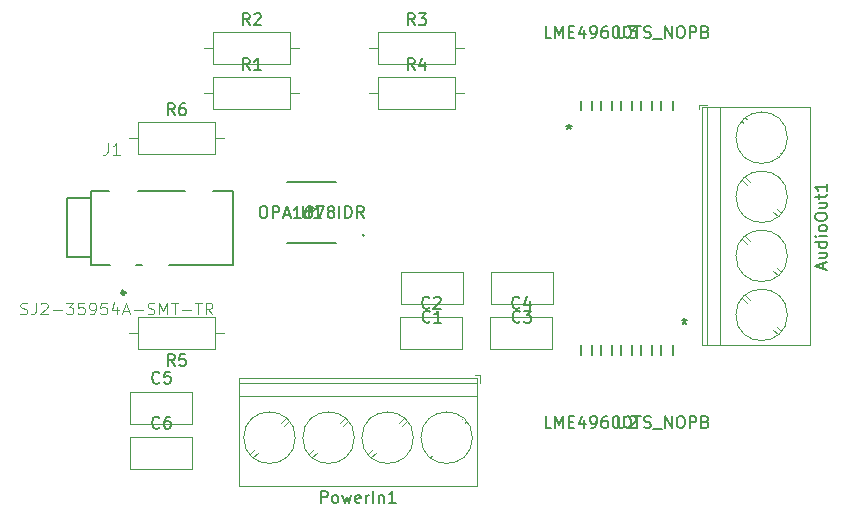
<source format=gbr>
G04 #@! TF.GenerationSoftware,KiCad,Pcbnew,(5.0.2)-1*
G04 #@! TF.CreationDate,2019-03-18T20:08:10-07:00*
G04 #@! TF.ProjectId,speaker,73706561-6b65-4722-9e6b-696361645f70,rev?*
G04 #@! TF.SameCoordinates,Original*
G04 #@! TF.FileFunction,Legend,Top*
G04 #@! TF.FilePolarity,Positive*
%FSLAX46Y46*%
G04 Gerber Fmt 4.6, Leading zero omitted, Abs format (unit mm)*
G04 Created by KiCad (PCBNEW (5.0.2)-1) date 3/18/2019 8:08:10 PM*
%MOMM*%
%LPD*%
G01*
G04 APERTURE LIST*
%ADD10C,0.120000*%
%ADD11C,0.300000*%
%ADD12C,0.127000*%
%ADD13C,0.152400*%
%ADD14C,0.150000*%
%ADD15C,0.050000*%
G04 APERTURE END LIST*
D10*
G04 #@! TO.C,AudioOut1*
X200440000Y-87370000D02*
X200440000Y-87770000D01*
X201080000Y-87370000D02*
X200440000Y-87370000D01*
X204748000Y-103912000D02*
X204352000Y-103517000D01*
X207394000Y-106558000D02*
X207014000Y-106178000D01*
X204466000Y-104163000D02*
X204086000Y-103783000D01*
X207128000Y-106824000D02*
X206732000Y-106429000D01*
X204748000Y-98912000D02*
X204352000Y-98517000D01*
X207394000Y-101558000D02*
X207014000Y-101178000D01*
X204466000Y-99163000D02*
X204086000Y-98783000D01*
X207128000Y-101824000D02*
X206732000Y-101429000D01*
X204748000Y-93912000D02*
X204352000Y-93517000D01*
X207394000Y-96558000D02*
X207014000Y-96178000D01*
X204466000Y-94163000D02*
X204086000Y-93783000D01*
X207128000Y-96824000D02*
X206732000Y-96429000D01*
X204459000Y-88622000D02*
X204352000Y-88516000D01*
X207394000Y-91558000D02*
X207287000Y-91451000D01*
X204193000Y-88888000D02*
X204086000Y-88782000D01*
X207128000Y-91824000D02*
X207021000Y-91717000D01*
X209800000Y-107731000D02*
X200680000Y-107731000D01*
X209800000Y-87610000D02*
X200680000Y-87610000D01*
X200680000Y-87610000D02*
X200680000Y-107731000D01*
X209800000Y-87610000D02*
X209800000Y-107731000D01*
X202240000Y-87610000D02*
X202240000Y-107731000D01*
X201140000Y-87610000D02*
X201140000Y-107731000D01*
X207920000Y-105170000D02*
G75*
G03X207920000Y-105170000I-2180000J0D01*
G01*
X207920000Y-100170000D02*
G75*
G03X207920000Y-100170000I-2180000J0D01*
G01*
X207920000Y-95170000D02*
G75*
G03X207920000Y-95170000I-2180000J0D01*
G01*
X207920000Y-90170000D02*
G75*
G03X207920000Y-90170000I-2180000J0D01*
G01*
G04 #@! TO.C,C1*
X175200000Y-104240000D02*
X175200000Y-101500000D01*
X180440000Y-104240000D02*
X180440000Y-101500000D01*
X180440000Y-101500000D02*
X175200000Y-101500000D01*
X180440000Y-104240000D02*
X175200000Y-104240000D01*
G04 #@! TO.C,C2*
X175160000Y-105310000D02*
X180400000Y-105310000D01*
X175160000Y-108050000D02*
X180400000Y-108050000D01*
X175160000Y-105310000D02*
X175160000Y-108050000D01*
X180400000Y-105310000D02*
X180400000Y-108050000D01*
G04 #@! TO.C,C3*
X188060000Y-104240000D02*
X182820000Y-104240000D01*
X188060000Y-101500000D02*
X182820000Y-101500000D01*
X188060000Y-104240000D02*
X188060000Y-101500000D01*
X182820000Y-104240000D02*
X182820000Y-101500000D01*
G04 #@! TO.C,C4*
X188020000Y-105310000D02*
X188020000Y-108050000D01*
X182780000Y-105310000D02*
X182780000Y-108050000D01*
X182780000Y-108050000D02*
X188020000Y-108050000D01*
X182780000Y-105310000D02*
X188020000Y-105310000D01*
D11*
G04 #@! TO.C,J1*
X151840000Y-103290000D02*
G75*
G03X151840000Y-103290000I-150000J0D01*
G01*
D12*
X150490000Y-94640000D02*
X148940000Y-94640000D01*
X148940000Y-94640000D02*
X148940000Y-95290000D01*
X148940000Y-95290000D02*
X148940000Y-100290000D01*
X148940000Y-100290000D02*
X148940000Y-100940000D01*
X148940000Y-100940000D02*
X150540000Y-100940000D01*
X152790000Y-100940000D02*
X153290000Y-100940000D01*
X155590000Y-100940000D02*
X160940000Y-100940000D01*
X160940000Y-100940000D02*
X160940000Y-94640000D01*
X160940000Y-94640000D02*
X159290000Y-94640000D01*
X152940000Y-94640000D02*
X156940000Y-94640000D01*
X148940000Y-95290000D02*
X146940000Y-95290000D01*
X146940000Y-95290000D02*
X146940000Y-100290000D01*
X146940000Y-100290000D02*
X148940000Y-100290000D01*
D10*
G04 #@! TO.C,PowerIn1*
X181250000Y-115570000D02*
G75*
G03X181250000Y-115570000I-2180000J0D01*
G01*
X176250000Y-115570000D02*
G75*
G03X176250000Y-115570000I-2180000J0D01*
G01*
X171250000Y-115570000D02*
G75*
G03X171250000Y-115570000I-2180000J0D01*
G01*
X166250000Y-115570000D02*
G75*
G03X166250000Y-115570000I-2180000J0D01*
G01*
X181630000Y-110970000D02*
X161509000Y-110970000D01*
X181630000Y-112070000D02*
X161509000Y-112070000D01*
X181630000Y-119630000D02*
X161509000Y-119630000D01*
X181630000Y-110510000D02*
X161509000Y-110510000D01*
X181630000Y-119630000D02*
X181630000Y-110510000D01*
X161509000Y-119630000D02*
X161509000Y-110510000D01*
X177416000Y-116958000D02*
X177523000Y-116851000D01*
X180352000Y-114023000D02*
X180458000Y-113916000D01*
X177682000Y-117224000D02*
X177789000Y-117117000D01*
X180618000Y-114289000D02*
X180724000Y-114182000D01*
X172416000Y-116958000D02*
X172811000Y-116562000D01*
X175077000Y-114296000D02*
X175457000Y-113916000D01*
X172682000Y-117224000D02*
X173062000Y-116844000D01*
X175328000Y-114578000D02*
X175723000Y-114182000D01*
X167416000Y-116958000D02*
X167811000Y-116562000D01*
X170077000Y-114296000D02*
X170457000Y-113916000D01*
X167682000Y-117224000D02*
X168062000Y-116844000D01*
X170328000Y-114578000D02*
X170723000Y-114182000D01*
X162416000Y-116958000D02*
X162811000Y-116562000D01*
X165077000Y-114296000D02*
X165457000Y-113916000D01*
X162682000Y-117224000D02*
X163062000Y-116844000D01*
X165328000Y-114578000D02*
X165723000Y-114182000D01*
X181870000Y-110910000D02*
X181870000Y-110270000D01*
X181870000Y-110270000D02*
X181470000Y-110270000D01*
G04 #@! TO.C,R1*
X166600000Y-86360000D02*
X165830000Y-86360000D01*
X158520000Y-86360000D02*
X159290000Y-86360000D01*
X165830000Y-84990000D02*
X159290000Y-84990000D01*
X165830000Y-87730000D02*
X165830000Y-84990000D01*
X159290000Y-87730000D02*
X165830000Y-87730000D01*
X159290000Y-84990000D02*
X159290000Y-87730000D01*
G04 #@! TO.C,R2*
X159290000Y-81180000D02*
X159290000Y-83920000D01*
X159290000Y-83920000D02*
X165830000Y-83920000D01*
X165830000Y-83920000D02*
X165830000Y-81180000D01*
X165830000Y-81180000D02*
X159290000Y-81180000D01*
X158520000Y-82550000D02*
X159290000Y-82550000D01*
X166600000Y-82550000D02*
X165830000Y-82550000D01*
G04 #@! TO.C,R3*
X173260000Y-81180000D02*
X173260000Y-83920000D01*
X173260000Y-83920000D02*
X179800000Y-83920000D01*
X179800000Y-83920000D02*
X179800000Y-81180000D01*
X179800000Y-81180000D02*
X173260000Y-81180000D01*
X172490000Y-82550000D02*
X173260000Y-82550000D01*
X180570000Y-82550000D02*
X179800000Y-82550000D01*
G04 #@! TO.C,R4*
X180570000Y-86360000D02*
X179800000Y-86360000D01*
X172490000Y-86360000D02*
X173260000Y-86360000D01*
X179800000Y-84990000D02*
X173260000Y-84990000D01*
X179800000Y-87730000D02*
X179800000Y-84990000D01*
X173260000Y-87730000D02*
X179800000Y-87730000D01*
X173260000Y-84990000D02*
X173260000Y-87730000D01*
D13*
G04 #@! TO.C,U1*
X169722800Y-93941900D02*
X165557200Y-93941900D01*
X165557200Y-99098100D02*
X169722800Y-99098100D01*
X172079900Y-98425000D02*
G75*
G03X172079900Y-98425000I-76200J0D01*
G01*
G04 #@! TO.C,U2*
X190423800Y-108531660D02*
X190423800Y-107721400D01*
X192125600Y-108531660D02*
X192125600Y-107721400D01*
X193827400Y-108531660D02*
X193827400Y-107721400D01*
X195529200Y-108531660D02*
X195529200Y-107721400D01*
X197231000Y-108531660D02*
X197231000Y-107721400D01*
X191389000Y-108531660D02*
X191389000Y-107721400D01*
X193090800Y-108531660D02*
X193090800Y-107721400D01*
X194792600Y-108531660D02*
X194792600Y-107721400D01*
X196494400Y-108531660D02*
X196494400Y-107721400D01*
X198196200Y-108531660D02*
X198196200Y-107721400D01*
G04 #@! TO.C,U3*
X190423800Y-87048340D02*
X190423800Y-87858600D01*
X192125600Y-87048340D02*
X192125600Y-87858600D01*
X193827400Y-87048340D02*
X193827400Y-87858600D01*
X195529200Y-87048340D02*
X195529200Y-87858600D01*
X197231000Y-87048340D02*
X197231000Y-87858600D01*
X191389000Y-87048340D02*
X191389000Y-87858600D01*
X193090800Y-87048340D02*
X193090800Y-87858600D01*
X194792600Y-87048340D02*
X194792600Y-87858600D01*
X196494400Y-87048340D02*
X196494400Y-87858600D01*
X198196200Y-87048340D02*
X198196200Y-87858600D01*
D10*
G04 #@! TO.C,C5*
X152300000Y-111660000D02*
X157540000Y-111660000D01*
X152300000Y-114400000D02*
X157540000Y-114400000D01*
X152300000Y-111660000D02*
X152300000Y-114400000D01*
X157540000Y-111660000D02*
X157540000Y-114400000D01*
G04 #@! TO.C,C6*
X157540000Y-115470000D02*
X157540000Y-118210000D01*
X152300000Y-115470000D02*
X152300000Y-118210000D01*
X152300000Y-118210000D02*
X157540000Y-118210000D01*
X152300000Y-115470000D02*
X157540000Y-115470000D01*
G04 #@! TO.C,R5*
X152170000Y-106680000D02*
X152940000Y-106680000D01*
X160250000Y-106680000D02*
X159480000Y-106680000D01*
X152940000Y-108050000D02*
X159480000Y-108050000D01*
X152940000Y-105310000D02*
X152940000Y-108050000D01*
X159480000Y-105310000D02*
X152940000Y-105310000D01*
X159480000Y-108050000D02*
X159480000Y-105310000D01*
G04 #@! TO.C,R6*
X152940000Y-88800000D02*
X152940000Y-91540000D01*
X152940000Y-91540000D02*
X159480000Y-91540000D01*
X159480000Y-91540000D02*
X159480000Y-88800000D01*
X159480000Y-88800000D02*
X152940000Y-88800000D01*
X152170000Y-90170000D02*
X152940000Y-90170000D01*
X160250000Y-90170000D02*
X159480000Y-90170000D01*
G04 #@! TO.C,AudioOut1*
D14*
X210966666Y-101241428D02*
X210966666Y-100765238D01*
X211252380Y-101336666D02*
X210252380Y-101003333D01*
X211252380Y-100670000D01*
X210585714Y-99908095D02*
X211252380Y-99908095D01*
X210585714Y-100336666D02*
X211109523Y-100336666D01*
X211204761Y-100289047D01*
X211252380Y-100193809D01*
X211252380Y-100050952D01*
X211204761Y-99955714D01*
X211157142Y-99908095D01*
X211252380Y-99003333D02*
X210252380Y-99003333D01*
X211204761Y-99003333D02*
X211252380Y-99098571D01*
X211252380Y-99289047D01*
X211204761Y-99384285D01*
X211157142Y-99431904D01*
X211061904Y-99479523D01*
X210776190Y-99479523D01*
X210680952Y-99431904D01*
X210633333Y-99384285D01*
X210585714Y-99289047D01*
X210585714Y-99098571D01*
X210633333Y-99003333D01*
X211252380Y-98527142D02*
X210585714Y-98527142D01*
X210252380Y-98527142D02*
X210300000Y-98574761D01*
X210347619Y-98527142D01*
X210300000Y-98479523D01*
X210252380Y-98527142D01*
X210347619Y-98527142D01*
X211252380Y-97908095D02*
X211204761Y-98003333D01*
X211157142Y-98050952D01*
X211061904Y-98098571D01*
X210776190Y-98098571D01*
X210680952Y-98050952D01*
X210633333Y-98003333D01*
X210585714Y-97908095D01*
X210585714Y-97765238D01*
X210633333Y-97670000D01*
X210680952Y-97622380D01*
X210776190Y-97574761D01*
X211061904Y-97574761D01*
X211157142Y-97622380D01*
X211204761Y-97670000D01*
X211252380Y-97765238D01*
X211252380Y-97908095D01*
X210252380Y-96955714D02*
X210252380Y-96765238D01*
X210300000Y-96670000D01*
X210395238Y-96574761D01*
X210585714Y-96527142D01*
X210919047Y-96527142D01*
X211109523Y-96574761D01*
X211204761Y-96670000D01*
X211252380Y-96765238D01*
X211252380Y-96955714D01*
X211204761Y-97050952D01*
X211109523Y-97146190D01*
X210919047Y-97193809D01*
X210585714Y-97193809D01*
X210395238Y-97146190D01*
X210300000Y-97050952D01*
X210252380Y-96955714D01*
X210585714Y-95670000D02*
X211252380Y-95670000D01*
X210585714Y-96098571D02*
X211109523Y-96098571D01*
X211204761Y-96050952D01*
X211252380Y-95955714D01*
X211252380Y-95812857D01*
X211204761Y-95717619D01*
X211157142Y-95670000D01*
X210585714Y-95336666D02*
X210585714Y-94955714D01*
X210252380Y-95193809D02*
X211109523Y-95193809D01*
X211204761Y-95146190D01*
X211252380Y-95050952D01*
X211252380Y-94955714D01*
X211252380Y-94098571D02*
X211252380Y-94670000D01*
X211252380Y-94384285D02*
X210252380Y-94384285D01*
X210395238Y-94479523D01*
X210490476Y-94574761D01*
X210538095Y-94670000D01*
G04 #@! TO.C,C1*
X177653333Y-105727142D02*
X177605714Y-105774761D01*
X177462857Y-105822380D01*
X177367619Y-105822380D01*
X177224761Y-105774761D01*
X177129523Y-105679523D01*
X177081904Y-105584285D01*
X177034285Y-105393809D01*
X177034285Y-105250952D01*
X177081904Y-105060476D01*
X177129523Y-104965238D01*
X177224761Y-104870000D01*
X177367619Y-104822380D01*
X177462857Y-104822380D01*
X177605714Y-104870000D01*
X177653333Y-104917619D01*
X178605714Y-105822380D02*
X178034285Y-105822380D01*
X178320000Y-105822380D02*
X178320000Y-104822380D01*
X178224761Y-104965238D01*
X178129523Y-105060476D01*
X178034285Y-105108095D01*
G04 #@! TO.C,C2*
X177613333Y-104537142D02*
X177565714Y-104584761D01*
X177422857Y-104632380D01*
X177327619Y-104632380D01*
X177184761Y-104584761D01*
X177089523Y-104489523D01*
X177041904Y-104394285D01*
X176994285Y-104203809D01*
X176994285Y-104060952D01*
X177041904Y-103870476D01*
X177089523Y-103775238D01*
X177184761Y-103680000D01*
X177327619Y-103632380D01*
X177422857Y-103632380D01*
X177565714Y-103680000D01*
X177613333Y-103727619D01*
X177994285Y-103727619D02*
X178041904Y-103680000D01*
X178137142Y-103632380D01*
X178375238Y-103632380D01*
X178470476Y-103680000D01*
X178518095Y-103727619D01*
X178565714Y-103822857D01*
X178565714Y-103918095D01*
X178518095Y-104060952D01*
X177946666Y-104632380D01*
X178565714Y-104632380D01*
G04 #@! TO.C,C3*
X185273333Y-105727142D02*
X185225714Y-105774761D01*
X185082857Y-105822380D01*
X184987619Y-105822380D01*
X184844761Y-105774761D01*
X184749523Y-105679523D01*
X184701904Y-105584285D01*
X184654285Y-105393809D01*
X184654285Y-105250952D01*
X184701904Y-105060476D01*
X184749523Y-104965238D01*
X184844761Y-104870000D01*
X184987619Y-104822380D01*
X185082857Y-104822380D01*
X185225714Y-104870000D01*
X185273333Y-104917619D01*
X185606666Y-104822380D02*
X186225714Y-104822380D01*
X185892380Y-105203333D01*
X186035238Y-105203333D01*
X186130476Y-105250952D01*
X186178095Y-105298571D01*
X186225714Y-105393809D01*
X186225714Y-105631904D01*
X186178095Y-105727142D01*
X186130476Y-105774761D01*
X186035238Y-105822380D01*
X185749523Y-105822380D01*
X185654285Y-105774761D01*
X185606666Y-105727142D01*
G04 #@! TO.C,C4*
X185233333Y-104537142D02*
X185185714Y-104584761D01*
X185042857Y-104632380D01*
X184947619Y-104632380D01*
X184804761Y-104584761D01*
X184709523Y-104489523D01*
X184661904Y-104394285D01*
X184614285Y-104203809D01*
X184614285Y-104060952D01*
X184661904Y-103870476D01*
X184709523Y-103775238D01*
X184804761Y-103680000D01*
X184947619Y-103632380D01*
X185042857Y-103632380D01*
X185185714Y-103680000D01*
X185233333Y-103727619D01*
X186090476Y-103965714D02*
X186090476Y-104632380D01*
X185852380Y-103584761D02*
X185614285Y-104299047D01*
X186233333Y-104299047D01*
G04 #@! TO.C,J1*
D15*
X150389310Y-90615799D02*
X150389310Y-91331235D01*
X150341614Y-91474322D01*
X150246222Y-91569713D01*
X150103135Y-91617409D01*
X150007744Y-91617409D01*
X151390920Y-91617409D02*
X150818571Y-91617409D01*
X151104745Y-91617409D02*
X151104745Y-90615799D01*
X151009354Y-90758886D01*
X150913962Y-90854277D01*
X150818571Y-90901973D01*
X142988346Y-105084390D02*
X143131294Y-105132040D01*
X143369542Y-105132040D01*
X143464841Y-105084390D01*
X143512490Y-105036741D01*
X143560140Y-104941442D01*
X143560140Y-104846143D01*
X143512490Y-104750844D01*
X143464841Y-104703194D01*
X143369542Y-104655545D01*
X143178944Y-104607895D01*
X143083645Y-104560246D01*
X143035995Y-104512596D01*
X142988346Y-104417297D01*
X142988346Y-104321998D01*
X143035995Y-104226699D01*
X143083645Y-104179050D01*
X143178944Y-104131400D01*
X143417191Y-104131400D01*
X143560140Y-104179050D01*
X144274883Y-104131400D02*
X144274883Y-104846143D01*
X144227233Y-104989091D01*
X144131934Y-105084390D01*
X143988986Y-105132040D01*
X143893687Y-105132040D01*
X144703729Y-104226699D02*
X144751378Y-104179050D01*
X144846677Y-104131400D01*
X145084925Y-104131400D01*
X145180224Y-104179050D01*
X145227873Y-104226699D01*
X145275523Y-104321998D01*
X145275523Y-104417297D01*
X145227873Y-104560246D01*
X144656079Y-105132040D01*
X145275523Y-105132040D01*
X145704369Y-104750844D02*
X146466761Y-104750844D01*
X146847957Y-104131400D02*
X147467401Y-104131400D01*
X147133854Y-104512596D01*
X147276803Y-104512596D01*
X147372102Y-104560246D01*
X147419751Y-104607895D01*
X147467401Y-104703194D01*
X147467401Y-104941442D01*
X147419751Y-105036741D01*
X147372102Y-105084390D01*
X147276803Y-105132040D01*
X146990906Y-105132040D01*
X146895607Y-105084390D01*
X146847957Y-105036741D01*
X148372742Y-104131400D02*
X147896247Y-104131400D01*
X147848597Y-104607895D01*
X147896247Y-104560246D01*
X147991546Y-104512596D01*
X148229793Y-104512596D01*
X148325092Y-104560246D01*
X148372742Y-104607895D01*
X148420391Y-104703194D01*
X148420391Y-104941442D01*
X148372742Y-105036741D01*
X148325092Y-105084390D01*
X148229793Y-105132040D01*
X147991546Y-105132040D01*
X147896247Y-105084390D01*
X147848597Y-105036741D01*
X148896887Y-105132040D02*
X149087485Y-105132040D01*
X149182784Y-105084390D01*
X149230433Y-105036741D01*
X149325732Y-104893792D01*
X149373382Y-104703194D01*
X149373382Y-104321998D01*
X149325732Y-104226699D01*
X149278083Y-104179050D01*
X149182784Y-104131400D01*
X148992186Y-104131400D01*
X148896887Y-104179050D01*
X148849237Y-104226699D01*
X148801588Y-104321998D01*
X148801588Y-104560246D01*
X148849237Y-104655545D01*
X148896887Y-104703194D01*
X148992186Y-104750844D01*
X149182784Y-104750844D01*
X149278083Y-104703194D01*
X149325732Y-104655545D01*
X149373382Y-104560246D01*
X150278723Y-104131400D02*
X149802228Y-104131400D01*
X149754578Y-104607895D01*
X149802228Y-104560246D01*
X149897527Y-104512596D01*
X150135774Y-104512596D01*
X150231073Y-104560246D01*
X150278723Y-104607895D01*
X150326372Y-104703194D01*
X150326372Y-104941442D01*
X150278723Y-105036741D01*
X150231073Y-105084390D01*
X150135774Y-105132040D01*
X149897527Y-105132040D01*
X149802228Y-105084390D01*
X149754578Y-105036741D01*
X151184064Y-104464947D02*
X151184064Y-105132040D01*
X150945816Y-104083750D02*
X150707569Y-104798493D01*
X151327012Y-104798493D01*
X151660559Y-104846143D02*
X152137054Y-104846143D01*
X151565260Y-105132040D02*
X151898807Y-104131400D01*
X152232353Y-105132040D01*
X152565900Y-104750844D02*
X153328292Y-104750844D01*
X153757138Y-105084390D02*
X153900087Y-105132040D01*
X154138334Y-105132040D01*
X154233633Y-105084390D01*
X154281283Y-105036741D01*
X154328932Y-104941442D01*
X154328932Y-104846143D01*
X154281283Y-104750844D01*
X154233633Y-104703194D01*
X154138334Y-104655545D01*
X153947736Y-104607895D01*
X153852437Y-104560246D01*
X153804788Y-104512596D01*
X153757138Y-104417297D01*
X153757138Y-104321998D01*
X153804788Y-104226699D01*
X153852437Y-104179050D01*
X153947736Y-104131400D01*
X154185984Y-104131400D01*
X154328932Y-104179050D01*
X154757778Y-105132040D02*
X154757778Y-104131400D01*
X155091325Y-104846143D01*
X155424871Y-104131400D01*
X155424871Y-105132040D01*
X155758418Y-104131400D02*
X156330212Y-104131400D01*
X156044315Y-105132040D02*
X156044315Y-104131400D01*
X156663759Y-104750844D02*
X157426151Y-104750844D01*
X157759698Y-104131400D02*
X158331492Y-104131400D01*
X158045595Y-105132040D02*
X158045595Y-104131400D01*
X159236833Y-105132040D02*
X158903287Y-104655545D01*
X158665039Y-105132040D02*
X158665039Y-104131400D01*
X159046235Y-104131400D01*
X159141534Y-104179050D01*
X159189184Y-104226699D01*
X159236833Y-104321998D01*
X159236833Y-104464947D01*
X159189184Y-104560246D01*
X159141534Y-104607895D01*
X159046235Y-104655545D01*
X158665039Y-104655545D01*
G04 #@! TO.C,PowerIn1*
D14*
X168427142Y-121082380D02*
X168427142Y-120082380D01*
X168808095Y-120082380D01*
X168903333Y-120130000D01*
X168950952Y-120177619D01*
X168998571Y-120272857D01*
X168998571Y-120415714D01*
X168950952Y-120510952D01*
X168903333Y-120558571D01*
X168808095Y-120606190D01*
X168427142Y-120606190D01*
X169570000Y-121082380D02*
X169474761Y-121034761D01*
X169427142Y-120987142D01*
X169379523Y-120891904D01*
X169379523Y-120606190D01*
X169427142Y-120510952D01*
X169474761Y-120463333D01*
X169570000Y-120415714D01*
X169712857Y-120415714D01*
X169808095Y-120463333D01*
X169855714Y-120510952D01*
X169903333Y-120606190D01*
X169903333Y-120891904D01*
X169855714Y-120987142D01*
X169808095Y-121034761D01*
X169712857Y-121082380D01*
X169570000Y-121082380D01*
X170236666Y-120415714D02*
X170427142Y-121082380D01*
X170617619Y-120606190D01*
X170808095Y-121082380D01*
X170998571Y-120415714D01*
X171760476Y-121034761D02*
X171665238Y-121082380D01*
X171474761Y-121082380D01*
X171379523Y-121034761D01*
X171331904Y-120939523D01*
X171331904Y-120558571D01*
X171379523Y-120463333D01*
X171474761Y-120415714D01*
X171665238Y-120415714D01*
X171760476Y-120463333D01*
X171808095Y-120558571D01*
X171808095Y-120653809D01*
X171331904Y-120749047D01*
X172236666Y-121082380D02*
X172236666Y-120415714D01*
X172236666Y-120606190D02*
X172284285Y-120510952D01*
X172331904Y-120463333D01*
X172427142Y-120415714D01*
X172522380Y-120415714D01*
X172855714Y-121082380D02*
X172855714Y-120082380D01*
X173331904Y-120415714D02*
X173331904Y-121082380D01*
X173331904Y-120510952D02*
X173379523Y-120463333D01*
X173474761Y-120415714D01*
X173617619Y-120415714D01*
X173712857Y-120463333D01*
X173760476Y-120558571D01*
X173760476Y-121082380D01*
X174760476Y-121082380D02*
X174189047Y-121082380D01*
X174474761Y-121082380D02*
X174474761Y-120082380D01*
X174379523Y-120225238D01*
X174284285Y-120320476D01*
X174189047Y-120368095D01*
G04 #@! TO.C,R1*
X162393333Y-84442380D02*
X162060000Y-83966190D01*
X161821904Y-84442380D02*
X161821904Y-83442380D01*
X162202857Y-83442380D01*
X162298095Y-83490000D01*
X162345714Y-83537619D01*
X162393333Y-83632857D01*
X162393333Y-83775714D01*
X162345714Y-83870952D01*
X162298095Y-83918571D01*
X162202857Y-83966190D01*
X161821904Y-83966190D01*
X163345714Y-84442380D02*
X162774285Y-84442380D01*
X163060000Y-84442380D02*
X163060000Y-83442380D01*
X162964761Y-83585238D01*
X162869523Y-83680476D01*
X162774285Y-83728095D01*
G04 #@! TO.C,R2*
X162393333Y-80632380D02*
X162060000Y-80156190D01*
X161821904Y-80632380D02*
X161821904Y-79632380D01*
X162202857Y-79632380D01*
X162298095Y-79680000D01*
X162345714Y-79727619D01*
X162393333Y-79822857D01*
X162393333Y-79965714D01*
X162345714Y-80060952D01*
X162298095Y-80108571D01*
X162202857Y-80156190D01*
X161821904Y-80156190D01*
X162774285Y-79727619D02*
X162821904Y-79680000D01*
X162917142Y-79632380D01*
X163155238Y-79632380D01*
X163250476Y-79680000D01*
X163298095Y-79727619D01*
X163345714Y-79822857D01*
X163345714Y-79918095D01*
X163298095Y-80060952D01*
X162726666Y-80632380D01*
X163345714Y-80632380D01*
G04 #@! TO.C,R3*
X176363333Y-80632380D02*
X176030000Y-80156190D01*
X175791904Y-80632380D02*
X175791904Y-79632380D01*
X176172857Y-79632380D01*
X176268095Y-79680000D01*
X176315714Y-79727619D01*
X176363333Y-79822857D01*
X176363333Y-79965714D01*
X176315714Y-80060952D01*
X176268095Y-80108571D01*
X176172857Y-80156190D01*
X175791904Y-80156190D01*
X176696666Y-79632380D02*
X177315714Y-79632380D01*
X176982380Y-80013333D01*
X177125238Y-80013333D01*
X177220476Y-80060952D01*
X177268095Y-80108571D01*
X177315714Y-80203809D01*
X177315714Y-80441904D01*
X177268095Y-80537142D01*
X177220476Y-80584761D01*
X177125238Y-80632380D01*
X176839523Y-80632380D01*
X176744285Y-80584761D01*
X176696666Y-80537142D01*
G04 #@! TO.C,R4*
X176363333Y-84442380D02*
X176030000Y-83966190D01*
X175791904Y-84442380D02*
X175791904Y-83442380D01*
X176172857Y-83442380D01*
X176268095Y-83490000D01*
X176315714Y-83537619D01*
X176363333Y-83632857D01*
X176363333Y-83775714D01*
X176315714Y-83870952D01*
X176268095Y-83918571D01*
X176172857Y-83966190D01*
X175791904Y-83966190D01*
X177220476Y-83775714D02*
X177220476Y-84442380D01*
X176982380Y-83394761D02*
X176744285Y-84109047D01*
X177363333Y-84109047D01*
G04 #@! TO.C,U1*
X166878095Y-95972380D02*
X166878095Y-96781904D01*
X166925714Y-96877142D01*
X166973333Y-96924761D01*
X167068571Y-96972380D01*
X167259047Y-96972380D01*
X167354285Y-96924761D01*
X167401904Y-96877142D01*
X167449523Y-96781904D01*
X167449523Y-95972380D01*
X168449523Y-96972380D02*
X167878095Y-96972380D01*
X168163809Y-96972380D02*
X168163809Y-95972380D01*
X168068571Y-96115238D01*
X167973333Y-96210476D01*
X167878095Y-96258095D01*
X163473333Y-95972380D02*
X163663809Y-95972380D01*
X163759047Y-96020000D01*
X163854285Y-96115238D01*
X163901904Y-96305714D01*
X163901904Y-96639047D01*
X163854285Y-96829523D01*
X163759047Y-96924761D01*
X163663809Y-96972380D01*
X163473333Y-96972380D01*
X163378095Y-96924761D01*
X163282857Y-96829523D01*
X163235238Y-96639047D01*
X163235238Y-96305714D01*
X163282857Y-96115238D01*
X163378095Y-96020000D01*
X163473333Y-95972380D01*
X164330476Y-96972380D02*
X164330476Y-95972380D01*
X164711428Y-95972380D01*
X164806666Y-96020000D01*
X164854285Y-96067619D01*
X164901904Y-96162857D01*
X164901904Y-96305714D01*
X164854285Y-96400952D01*
X164806666Y-96448571D01*
X164711428Y-96496190D01*
X164330476Y-96496190D01*
X165282857Y-96686666D02*
X165759047Y-96686666D01*
X165187619Y-96972380D02*
X165520952Y-95972380D01*
X165854285Y-96972380D01*
X166711428Y-96972380D02*
X166140000Y-96972380D01*
X166425714Y-96972380D02*
X166425714Y-95972380D01*
X166330476Y-96115238D01*
X166235238Y-96210476D01*
X166140000Y-96258095D01*
X167568571Y-95972380D02*
X167378095Y-95972380D01*
X167282857Y-96020000D01*
X167235238Y-96067619D01*
X167140000Y-96210476D01*
X167092380Y-96400952D01*
X167092380Y-96781904D01*
X167140000Y-96877142D01*
X167187619Y-96924761D01*
X167282857Y-96972380D01*
X167473333Y-96972380D01*
X167568571Y-96924761D01*
X167616190Y-96877142D01*
X167663809Y-96781904D01*
X167663809Y-96543809D01*
X167616190Y-96448571D01*
X167568571Y-96400952D01*
X167473333Y-96353333D01*
X167282857Y-96353333D01*
X167187619Y-96400952D01*
X167140000Y-96448571D01*
X167092380Y-96543809D01*
X167997142Y-95972380D02*
X168663809Y-95972380D01*
X168235238Y-96972380D01*
X169187619Y-96400952D02*
X169092380Y-96353333D01*
X169044761Y-96305714D01*
X168997142Y-96210476D01*
X168997142Y-96162857D01*
X169044761Y-96067619D01*
X169092380Y-96020000D01*
X169187619Y-95972380D01*
X169378095Y-95972380D01*
X169473333Y-96020000D01*
X169520952Y-96067619D01*
X169568571Y-96162857D01*
X169568571Y-96210476D01*
X169520952Y-96305714D01*
X169473333Y-96353333D01*
X169378095Y-96400952D01*
X169187619Y-96400952D01*
X169092380Y-96448571D01*
X169044761Y-96496190D01*
X168997142Y-96591428D01*
X168997142Y-96781904D01*
X169044761Y-96877142D01*
X169092380Y-96924761D01*
X169187619Y-96972380D01*
X169378095Y-96972380D01*
X169473333Y-96924761D01*
X169520952Y-96877142D01*
X169568571Y-96781904D01*
X169568571Y-96591428D01*
X169520952Y-96496190D01*
X169473333Y-96448571D01*
X169378095Y-96400952D01*
X169997142Y-96972380D02*
X169997142Y-95972380D01*
X170473333Y-96972380D02*
X170473333Y-95972380D01*
X170711428Y-95972380D01*
X170854285Y-96020000D01*
X170949523Y-96115238D01*
X170997142Y-96210476D01*
X171044761Y-96400952D01*
X171044761Y-96543809D01*
X170997142Y-96734285D01*
X170949523Y-96829523D01*
X170854285Y-96924761D01*
X170711428Y-96972380D01*
X170473333Y-96972380D01*
X172044761Y-96972380D02*
X171711428Y-96496190D01*
X171473333Y-96972380D02*
X171473333Y-95972380D01*
X171854285Y-95972380D01*
X171949523Y-96020000D01*
X171997142Y-96067619D01*
X172044761Y-96162857D01*
X172044761Y-96305714D01*
X171997142Y-96400952D01*
X171949523Y-96448571D01*
X171854285Y-96496190D01*
X171473333Y-96496190D01*
X167640000Y-95972380D02*
X167640000Y-96210476D01*
X167401904Y-96115238D02*
X167640000Y-96210476D01*
X167878095Y-96115238D01*
X167497142Y-96400952D02*
X167640000Y-96210476D01*
X167782857Y-96400952D01*
G04 #@! TO.C,U2*
X193548095Y-113752380D02*
X193548095Y-114561904D01*
X193595714Y-114657142D01*
X193643333Y-114704761D01*
X193738571Y-114752380D01*
X193929047Y-114752380D01*
X194024285Y-114704761D01*
X194071904Y-114657142D01*
X194119523Y-114561904D01*
X194119523Y-113752380D01*
X194548095Y-113847619D02*
X194595714Y-113800000D01*
X194690952Y-113752380D01*
X194929047Y-113752380D01*
X195024285Y-113800000D01*
X195071904Y-113847619D01*
X195119523Y-113942857D01*
X195119523Y-114038095D01*
X195071904Y-114180952D01*
X194500476Y-114752380D01*
X195119523Y-114752380D01*
X187929047Y-114752380D02*
X187452857Y-114752380D01*
X187452857Y-113752380D01*
X188262380Y-114752380D02*
X188262380Y-113752380D01*
X188595714Y-114466666D01*
X188929047Y-113752380D01*
X188929047Y-114752380D01*
X189405238Y-114228571D02*
X189738571Y-114228571D01*
X189881428Y-114752380D02*
X189405238Y-114752380D01*
X189405238Y-113752380D01*
X189881428Y-113752380D01*
X190738571Y-114085714D02*
X190738571Y-114752380D01*
X190500476Y-113704761D02*
X190262380Y-114419047D01*
X190881428Y-114419047D01*
X191310000Y-114752380D02*
X191500476Y-114752380D01*
X191595714Y-114704761D01*
X191643333Y-114657142D01*
X191738571Y-114514285D01*
X191786190Y-114323809D01*
X191786190Y-113942857D01*
X191738571Y-113847619D01*
X191690952Y-113800000D01*
X191595714Y-113752380D01*
X191405238Y-113752380D01*
X191310000Y-113800000D01*
X191262380Y-113847619D01*
X191214761Y-113942857D01*
X191214761Y-114180952D01*
X191262380Y-114276190D01*
X191310000Y-114323809D01*
X191405238Y-114371428D01*
X191595714Y-114371428D01*
X191690952Y-114323809D01*
X191738571Y-114276190D01*
X191786190Y-114180952D01*
X192643333Y-113752380D02*
X192452857Y-113752380D01*
X192357619Y-113800000D01*
X192310000Y-113847619D01*
X192214761Y-113990476D01*
X192167142Y-114180952D01*
X192167142Y-114561904D01*
X192214761Y-114657142D01*
X192262380Y-114704761D01*
X192357619Y-114752380D01*
X192548095Y-114752380D01*
X192643333Y-114704761D01*
X192690952Y-114657142D01*
X192738571Y-114561904D01*
X192738571Y-114323809D01*
X192690952Y-114228571D01*
X192643333Y-114180952D01*
X192548095Y-114133333D01*
X192357619Y-114133333D01*
X192262380Y-114180952D01*
X192214761Y-114228571D01*
X192167142Y-114323809D01*
X193357619Y-113752380D02*
X193452857Y-113752380D01*
X193548095Y-113800000D01*
X193595714Y-113847619D01*
X193643333Y-113942857D01*
X193690952Y-114133333D01*
X193690952Y-114371428D01*
X193643333Y-114561904D01*
X193595714Y-114657142D01*
X193548095Y-114704761D01*
X193452857Y-114752380D01*
X193357619Y-114752380D01*
X193262380Y-114704761D01*
X193214761Y-114657142D01*
X193167142Y-114561904D01*
X193119523Y-114371428D01*
X193119523Y-114133333D01*
X193167142Y-113942857D01*
X193214761Y-113847619D01*
X193262380Y-113800000D01*
X193357619Y-113752380D01*
X194310000Y-113752380D02*
X194405238Y-113752380D01*
X194500476Y-113800000D01*
X194548095Y-113847619D01*
X194595714Y-113942857D01*
X194643333Y-114133333D01*
X194643333Y-114371428D01*
X194595714Y-114561904D01*
X194548095Y-114657142D01*
X194500476Y-114704761D01*
X194405238Y-114752380D01*
X194310000Y-114752380D01*
X194214761Y-114704761D01*
X194167142Y-114657142D01*
X194119523Y-114561904D01*
X194071904Y-114371428D01*
X194071904Y-114133333D01*
X194119523Y-113942857D01*
X194167142Y-113847619D01*
X194214761Y-113800000D01*
X194310000Y-113752380D01*
X194929047Y-113752380D02*
X195500476Y-113752380D01*
X195214761Y-114752380D02*
X195214761Y-113752380D01*
X195786190Y-114704761D02*
X195929047Y-114752380D01*
X196167142Y-114752380D01*
X196262380Y-114704761D01*
X196310000Y-114657142D01*
X196357619Y-114561904D01*
X196357619Y-114466666D01*
X196310000Y-114371428D01*
X196262380Y-114323809D01*
X196167142Y-114276190D01*
X195976666Y-114228571D01*
X195881428Y-114180952D01*
X195833809Y-114133333D01*
X195786190Y-114038095D01*
X195786190Y-113942857D01*
X195833809Y-113847619D01*
X195881428Y-113800000D01*
X195976666Y-113752380D01*
X196214761Y-113752380D01*
X196357619Y-113800000D01*
X196548095Y-114847619D02*
X197310000Y-114847619D01*
X197548095Y-114752380D02*
X197548095Y-113752380D01*
X198119523Y-114752380D01*
X198119523Y-113752380D01*
X198786190Y-113752380D02*
X198976666Y-113752380D01*
X199071904Y-113800000D01*
X199167142Y-113895238D01*
X199214761Y-114085714D01*
X199214761Y-114419047D01*
X199167142Y-114609523D01*
X199071904Y-114704761D01*
X198976666Y-114752380D01*
X198786190Y-114752380D01*
X198690952Y-114704761D01*
X198595714Y-114609523D01*
X198548095Y-114419047D01*
X198548095Y-114085714D01*
X198595714Y-113895238D01*
X198690952Y-113800000D01*
X198786190Y-113752380D01*
X199643333Y-114752380D02*
X199643333Y-113752380D01*
X200024285Y-113752380D01*
X200119523Y-113800000D01*
X200167142Y-113847619D01*
X200214761Y-113942857D01*
X200214761Y-114085714D01*
X200167142Y-114180952D01*
X200119523Y-114228571D01*
X200024285Y-114276190D01*
X199643333Y-114276190D01*
X200976666Y-114228571D02*
X201119523Y-114276190D01*
X201167142Y-114323809D01*
X201214761Y-114419047D01*
X201214761Y-114561904D01*
X201167142Y-114657142D01*
X201119523Y-114704761D01*
X201024285Y-114752380D01*
X200643333Y-114752380D01*
X200643333Y-113752380D01*
X200976666Y-113752380D01*
X201071904Y-113800000D01*
X201119523Y-113847619D01*
X201167142Y-113942857D01*
X201167142Y-114038095D01*
X201119523Y-114133333D01*
X201071904Y-114180952D01*
X200976666Y-114228571D01*
X200643333Y-114228571D01*
X199199500Y-105471980D02*
X199199500Y-105710076D01*
X198961404Y-105614838D02*
X199199500Y-105710076D01*
X199437595Y-105614838D01*
X199056642Y-105900552D02*
X199199500Y-105710076D01*
X199342357Y-105900552D01*
G04 #@! TO.C,U3*
X193548095Y-80732380D02*
X193548095Y-81541904D01*
X193595714Y-81637142D01*
X193643333Y-81684761D01*
X193738571Y-81732380D01*
X193929047Y-81732380D01*
X194024285Y-81684761D01*
X194071904Y-81637142D01*
X194119523Y-81541904D01*
X194119523Y-80732380D01*
X194500476Y-80732380D02*
X195119523Y-80732380D01*
X194786190Y-81113333D01*
X194929047Y-81113333D01*
X195024285Y-81160952D01*
X195071904Y-81208571D01*
X195119523Y-81303809D01*
X195119523Y-81541904D01*
X195071904Y-81637142D01*
X195024285Y-81684761D01*
X194929047Y-81732380D01*
X194643333Y-81732380D01*
X194548095Y-81684761D01*
X194500476Y-81637142D01*
X187929047Y-81732380D02*
X187452857Y-81732380D01*
X187452857Y-80732380D01*
X188262380Y-81732380D02*
X188262380Y-80732380D01*
X188595714Y-81446666D01*
X188929047Y-80732380D01*
X188929047Y-81732380D01*
X189405238Y-81208571D02*
X189738571Y-81208571D01*
X189881428Y-81732380D02*
X189405238Y-81732380D01*
X189405238Y-80732380D01*
X189881428Y-80732380D01*
X190738571Y-81065714D02*
X190738571Y-81732380D01*
X190500476Y-80684761D02*
X190262380Y-81399047D01*
X190881428Y-81399047D01*
X191310000Y-81732380D02*
X191500476Y-81732380D01*
X191595714Y-81684761D01*
X191643333Y-81637142D01*
X191738571Y-81494285D01*
X191786190Y-81303809D01*
X191786190Y-80922857D01*
X191738571Y-80827619D01*
X191690952Y-80780000D01*
X191595714Y-80732380D01*
X191405238Y-80732380D01*
X191310000Y-80780000D01*
X191262380Y-80827619D01*
X191214761Y-80922857D01*
X191214761Y-81160952D01*
X191262380Y-81256190D01*
X191310000Y-81303809D01*
X191405238Y-81351428D01*
X191595714Y-81351428D01*
X191690952Y-81303809D01*
X191738571Y-81256190D01*
X191786190Y-81160952D01*
X192643333Y-80732380D02*
X192452857Y-80732380D01*
X192357619Y-80780000D01*
X192310000Y-80827619D01*
X192214761Y-80970476D01*
X192167142Y-81160952D01*
X192167142Y-81541904D01*
X192214761Y-81637142D01*
X192262380Y-81684761D01*
X192357619Y-81732380D01*
X192548095Y-81732380D01*
X192643333Y-81684761D01*
X192690952Y-81637142D01*
X192738571Y-81541904D01*
X192738571Y-81303809D01*
X192690952Y-81208571D01*
X192643333Y-81160952D01*
X192548095Y-81113333D01*
X192357619Y-81113333D01*
X192262380Y-81160952D01*
X192214761Y-81208571D01*
X192167142Y-81303809D01*
X193357619Y-80732380D02*
X193452857Y-80732380D01*
X193548095Y-80780000D01*
X193595714Y-80827619D01*
X193643333Y-80922857D01*
X193690952Y-81113333D01*
X193690952Y-81351428D01*
X193643333Y-81541904D01*
X193595714Y-81637142D01*
X193548095Y-81684761D01*
X193452857Y-81732380D01*
X193357619Y-81732380D01*
X193262380Y-81684761D01*
X193214761Y-81637142D01*
X193167142Y-81541904D01*
X193119523Y-81351428D01*
X193119523Y-81113333D01*
X193167142Y-80922857D01*
X193214761Y-80827619D01*
X193262380Y-80780000D01*
X193357619Y-80732380D01*
X194310000Y-80732380D02*
X194405238Y-80732380D01*
X194500476Y-80780000D01*
X194548095Y-80827619D01*
X194595714Y-80922857D01*
X194643333Y-81113333D01*
X194643333Y-81351428D01*
X194595714Y-81541904D01*
X194548095Y-81637142D01*
X194500476Y-81684761D01*
X194405238Y-81732380D01*
X194310000Y-81732380D01*
X194214761Y-81684761D01*
X194167142Y-81637142D01*
X194119523Y-81541904D01*
X194071904Y-81351428D01*
X194071904Y-81113333D01*
X194119523Y-80922857D01*
X194167142Y-80827619D01*
X194214761Y-80780000D01*
X194310000Y-80732380D01*
X194929047Y-80732380D02*
X195500476Y-80732380D01*
X195214761Y-81732380D02*
X195214761Y-80732380D01*
X195786190Y-81684761D02*
X195929047Y-81732380D01*
X196167142Y-81732380D01*
X196262380Y-81684761D01*
X196310000Y-81637142D01*
X196357619Y-81541904D01*
X196357619Y-81446666D01*
X196310000Y-81351428D01*
X196262380Y-81303809D01*
X196167142Y-81256190D01*
X195976666Y-81208571D01*
X195881428Y-81160952D01*
X195833809Y-81113333D01*
X195786190Y-81018095D01*
X195786190Y-80922857D01*
X195833809Y-80827619D01*
X195881428Y-80780000D01*
X195976666Y-80732380D01*
X196214761Y-80732380D01*
X196357619Y-80780000D01*
X196548095Y-81827619D02*
X197310000Y-81827619D01*
X197548095Y-81732380D02*
X197548095Y-80732380D01*
X198119523Y-81732380D01*
X198119523Y-80732380D01*
X198786190Y-80732380D02*
X198976666Y-80732380D01*
X199071904Y-80780000D01*
X199167142Y-80875238D01*
X199214761Y-81065714D01*
X199214761Y-81399047D01*
X199167142Y-81589523D01*
X199071904Y-81684761D01*
X198976666Y-81732380D01*
X198786190Y-81732380D01*
X198690952Y-81684761D01*
X198595714Y-81589523D01*
X198548095Y-81399047D01*
X198548095Y-81065714D01*
X198595714Y-80875238D01*
X198690952Y-80780000D01*
X198786190Y-80732380D01*
X199643333Y-81732380D02*
X199643333Y-80732380D01*
X200024285Y-80732380D01*
X200119523Y-80780000D01*
X200167142Y-80827619D01*
X200214761Y-80922857D01*
X200214761Y-81065714D01*
X200167142Y-81160952D01*
X200119523Y-81208571D01*
X200024285Y-81256190D01*
X199643333Y-81256190D01*
X200976666Y-81208571D02*
X201119523Y-81256190D01*
X201167142Y-81303809D01*
X201214761Y-81399047D01*
X201214761Y-81541904D01*
X201167142Y-81637142D01*
X201119523Y-81684761D01*
X201024285Y-81732380D01*
X200643333Y-81732380D01*
X200643333Y-80732380D01*
X200976666Y-80732380D01*
X201071904Y-80780000D01*
X201119523Y-80827619D01*
X201167142Y-80922857D01*
X201167142Y-81018095D01*
X201119523Y-81113333D01*
X201071904Y-81160952D01*
X200976666Y-81208571D01*
X200643333Y-81208571D01*
X189420500Y-89012780D02*
X189420500Y-89250876D01*
X189182404Y-89155638D02*
X189420500Y-89250876D01*
X189658595Y-89155638D01*
X189277642Y-89441352D02*
X189420500Y-89250876D01*
X189563357Y-89441352D01*
G04 #@! TO.C,C5*
X154753333Y-110887142D02*
X154705714Y-110934761D01*
X154562857Y-110982380D01*
X154467619Y-110982380D01*
X154324761Y-110934761D01*
X154229523Y-110839523D01*
X154181904Y-110744285D01*
X154134285Y-110553809D01*
X154134285Y-110410952D01*
X154181904Y-110220476D01*
X154229523Y-110125238D01*
X154324761Y-110030000D01*
X154467619Y-109982380D01*
X154562857Y-109982380D01*
X154705714Y-110030000D01*
X154753333Y-110077619D01*
X155658095Y-109982380D02*
X155181904Y-109982380D01*
X155134285Y-110458571D01*
X155181904Y-110410952D01*
X155277142Y-110363333D01*
X155515238Y-110363333D01*
X155610476Y-110410952D01*
X155658095Y-110458571D01*
X155705714Y-110553809D01*
X155705714Y-110791904D01*
X155658095Y-110887142D01*
X155610476Y-110934761D01*
X155515238Y-110982380D01*
X155277142Y-110982380D01*
X155181904Y-110934761D01*
X155134285Y-110887142D01*
G04 #@! TO.C,C6*
X154753333Y-114697142D02*
X154705714Y-114744761D01*
X154562857Y-114792380D01*
X154467619Y-114792380D01*
X154324761Y-114744761D01*
X154229523Y-114649523D01*
X154181904Y-114554285D01*
X154134285Y-114363809D01*
X154134285Y-114220952D01*
X154181904Y-114030476D01*
X154229523Y-113935238D01*
X154324761Y-113840000D01*
X154467619Y-113792380D01*
X154562857Y-113792380D01*
X154705714Y-113840000D01*
X154753333Y-113887619D01*
X155610476Y-113792380D02*
X155420000Y-113792380D01*
X155324761Y-113840000D01*
X155277142Y-113887619D01*
X155181904Y-114030476D01*
X155134285Y-114220952D01*
X155134285Y-114601904D01*
X155181904Y-114697142D01*
X155229523Y-114744761D01*
X155324761Y-114792380D01*
X155515238Y-114792380D01*
X155610476Y-114744761D01*
X155658095Y-114697142D01*
X155705714Y-114601904D01*
X155705714Y-114363809D01*
X155658095Y-114268571D01*
X155610476Y-114220952D01*
X155515238Y-114173333D01*
X155324761Y-114173333D01*
X155229523Y-114220952D01*
X155181904Y-114268571D01*
X155134285Y-114363809D01*
G04 #@! TO.C,R5*
X156043333Y-109502380D02*
X155710000Y-109026190D01*
X155471904Y-109502380D02*
X155471904Y-108502380D01*
X155852857Y-108502380D01*
X155948095Y-108550000D01*
X155995714Y-108597619D01*
X156043333Y-108692857D01*
X156043333Y-108835714D01*
X155995714Y-108930952D01*
X155948095Y-108978571D01*
X155852857Y-109026190D01*
X155471904Y-109026190D01*
X156948095Y-108502380D02*
X156471904Y-108502380D01*
X156424285Y-108978571D01*
X156471904Y-108930952D01*
X156567142Y-108883333D01*
X156805238Y-108883333D01*
X156900476Y-108930952D01*
X156948095Y-108978571D01*
X156995714Y-109073809D01*
X156995714Y-109311904D01*
X156948095Y-109407142D01*
X156900476Y-109454761D01*
X156805238Y-109502380D01*
X156567142Y-109502380D01*
X156471904Y-109454761D01*
X156424285Y-109407142D01*
G04 #@! TO.C,R6*
X156043333Y-88252380D02*
X155710000Y-87776190D01*
X155471904Y-88252380D02*
X155471904Y-87252380D01*
X155852857Y-87252380D01*
X155948095Y-87300000D01*
X155995714Y-87347619D01*
X156043333Y-87442857D01*
X156043333Y-87585714D01*
X155995714Y-87680952D01*
X155948095Y-87728571D01*
X155852857Y-87776190D01*
X155471904Y-87776190D01*
X156900476Y-87252380D02*
X156710000Y-87252380D01*
X156614761Y-87300000D01*
X156567142Y-87347619D01*
X156471904Y-87490476D01*
X156424285Y-87680952D01*
X156424285Y-88061904D01*
X156471904Y-88157142D01*
X156519523Y-88204761D01*
X156614761Y-88252380D01*
X156805238Y-88252380D01*
X156900476Y-88204761D01*
X156948095Y-88157142D01*
X156995714Y-88061904D01*
X156995714Y-87823809D01*
X156948095Y-87728571D01*
X156900476Y-87680952D01*
X156805238Y-87633333D01*
X156614761Y-87633333D01*
X156519523Y-87680952D01*
X156471904Y-87728571D01*
X156424285Y-87823809D01*
G04 #@! TD*
M02*

</source>
